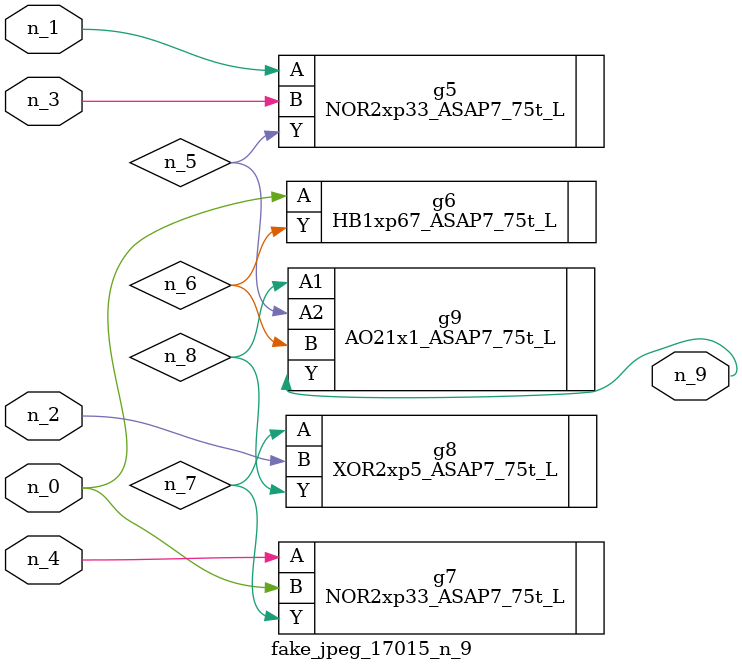
<source format=v>
module fake_jpeg_17015_n_9 (n_3, n_2, n_1, n_0, n_4, n_9);

input n_3;
input n_2;
input n_1;
input n_0;
input n_4;

output n_9;

wire n_8;
wire n_6;
wire n_5;
wire n_7;

NOR2xp33_ASAP7_75t_L g5 ( 
.A(n_1),
.B(n_3),
.Y(n_5)
);

HB1xp67_ASAP7_75t_L g6 ( 
.A(n_0),
.Y(n_6)
);

NOR2xp33_ASAP7_75t_L g7 ( 
.A(n_4),
.B(n_0),
.Y(n_7)
);

XOR2xp5_ASAP7_75t_L g8 ( 
.A(n_7),
.B(n_2),
.Y(n_8)
);

AO21x1_ASAP7_75t_L g9 ( 
.A1(n_8),
.A2(n_5),
.B(n_6),
.Y(n_9)
);


endmodule
</source>
